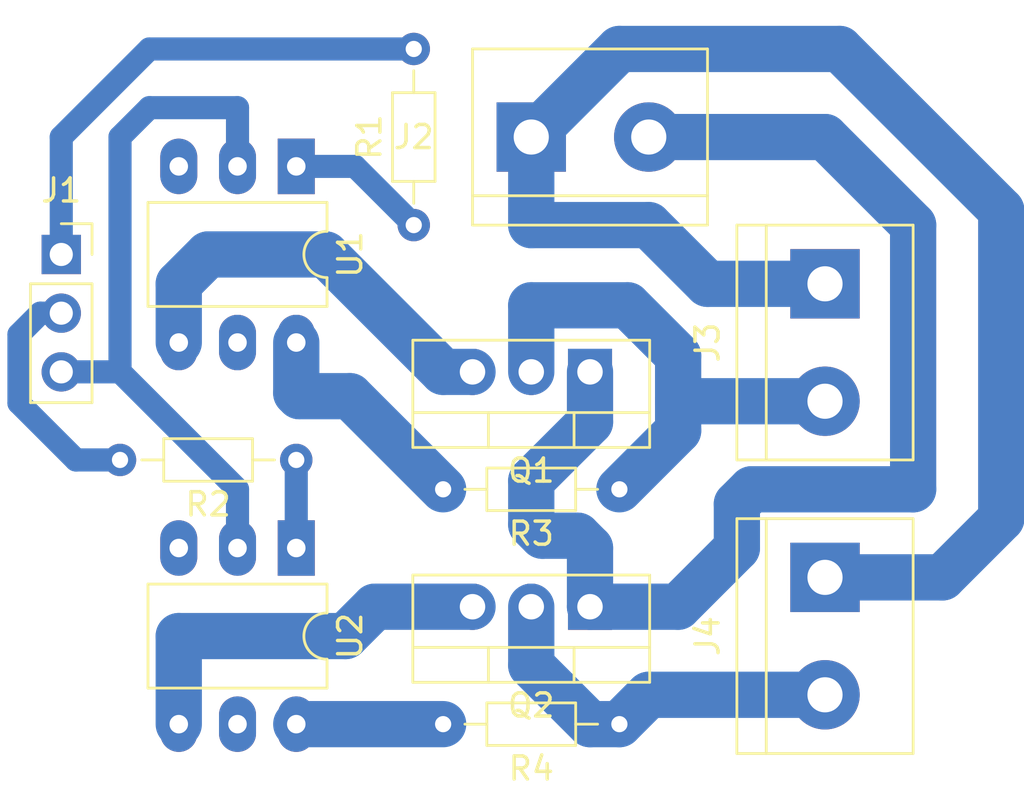
<source format=kicad_pcb>
(kicad_pcb (version 20171130) (host pcbnew "(5.1.5-0)")

  (general
    (thickness 1.6)
    (drawings 0)
    (tracks 69)
    (zones 0)
    (modules 12)
    (nets 18)
  )

  (page User 105.004 148.488)
  (layers
    (0 F.Cu signal)
    (31 B.Cu signal)
    (32 B.Adhes user)
    (33 F.Adhes user)
    (34 B.Paste user)
    (35 F.Paste user)
    (36 B.SilkS user)
    (37 F.SilkS user)
    (38 B.Mask user)
    (39 F.Mask user)
    (40 Dwgs.User user)
    (41 Cmts.User user)
    (42 Eco1.User user)
    (43 Eco2.User user)
    (44 Edge.Cuts user)
    (45 Margin user)
    (46 B.CrtYd user)
    (47 F.CrtYd user)
    (48 B.Fab user)
    (49 F.Fab user)
  )

  (setup
    (last_trace_width 1)
    (user_trace_width 1)
    (user_trace_width 2)
    (trace_clearance 0.2)
    (zone_clearance 0.508)
    (zone_45_only no)
    (trace_min 0.2)
    (via_size 0.8)
    (via_drill 0.4)
    (via_min_size 0.4)
    (via_min_drill 0.3)
    (user_via 2 0.8)
    (uvia_size 0.3)
    (uvia_drill 0.1)
    (uvias_allowed no)
    (uvia_min_size 0.2)
    (uvia_min_drill 0.1)
    (edge_width 0.1)
    (segment_width 0.2)
    (pcb_text_width 0.3)
    (pcb_text_size 1.5 1.5)
    (mod_edge_width 0.15)
    (mod_text_size 1 1)
    (mod_text_width 0.15)
    (pad_size 1.524 1.524)
    (pad_drill 0.762)
    (pad_to_mask_clearance 0)
    (aux_axis_origin 0 0)
    (visible_elements FFFFFF7F)
    (pcbplotparams
      (layerselection 0x28500_fffffffe)
      (usegerberextensions false)
      (usegerberattributes false)
      (usegerberadvancedattributes false)
      (creategerberjobfile false)
      (excludeedgelayer false)
      (linewidth 0.100000)
      (plotframeref false)
      (viasonmask false)
      (mode 1)
      (useauxorigin false)
      (hpglpennumber 1)
      (hpglpenspeed 20)
      (hpglpendiameter 15.000000)
      (psnegative true)
      (psa4output false)
      (plotreference false)
      (plotvalue false)
      (plotinvisibletext false)
      (padsonsilk true)
      (subtractmaskfromsilk false)
      (outputformat 4)
      (mirror false)
      (drillshape 1)
      (scaleselection 1)
      (outputdirectory "./"))
  )

  (net 0 "")
  (net 1 "Net-(J1-Pad1)")
  (net 2 "Net-(J1-Pad2)")
  (net 3 GND)
  (net 4 "Net-(J2-Pad1)")
  (net 5 "Net-(J2-Pad2)")
  (net 6 "Net-(J3-Pad2)")
  (net 7 "Net-(J4-Pad2)")
  (net 8 "Net-(Q1-Pad3)")
  (net 9 "Net-(Q2-Pad3)")
  (net 10 "Net-(R1-Pad1)")
  (net 11 "Net-(R2-Pad1)")
  (net 12 "Net-(R3-Pad2)")
  (net 13 "Net-(R4-Pad2)")
  (net 14 "Net-(U1-Pad5)")
  (net 15 "Net-(U1-Pad3)")
  (net 16 "Net-(U2-Pad3)")
  (net 17 "Net-(U2-Pad5)")

  (net_class Default "Esta es la clase de red por defecto."
    (clearance 0.2)
    (trace_width 0.25)
    (via_dia 0.8)
    (via_drill 0.4)
    (uvia_dia 0.3)
    (uvia_drill 0.1)
    (add_net GND)
    (add_net "Net-(J1-Pad1)")
    (add_net "Net-(J1-Pad2)")
    (add_net "Net-(J2-Pad1)")
    (add_net "Net-(J2-Pad2)")
    (add_net "Net-(J3-Pad2)")
    (add_net "Net-(J4-Pad2)")
    (add_net "Net-(Q1-Pad3)")
    (add_net "Net-(Q2-Pad3)")
    (add_net "Net-(R1-Pad1)")
    (add_net "Net-(R2-Pad1)")
    (add_net "Net-(R3-Pad2)")
    (add_net "Net-(R4-Pad2)")
    (add_net "Net-(U1-Pad3)")
    (add_net "Net-(U1-Pad5)")
    (add_net "Net-(U2-Pad3)")
    (add_net "Net-(U2-Pad5)")
  )

  (module Connector_PinSocket_2.54mm:PinSocket_1x03_P2.54mm_Vertical (layer F.Cu) (tedit 5A19A429) (tstamp 5F076787)
    (at 29.21 46.99)
    (descr "Through hole straight socket strip, 1x03, 2.54mm pitch, single row (from Kicad 4.0.7), script generated")
    (tags "Through hole socket strip THT 1x03 2.54mm single row")
    (path /5F08164C)
    (fp_text reference J1 (at 0 -2.77) (layer F.SilkS)
      (effects (font (size 1 1) (thickness 0.15)))
    )
    (fp_text value Wemos (at 0 7.85) (layer F.Fab)
      (effects (font (size 1 1) (thickness 0.15)))
    )
    (fp_line (start -1.27 -1.27) (end 0.635 -1.27) (layer F.Fab) (width 0.1))
    (fp_line (start 0.635 -1.27) (end 1.27 -0.635) (layer F.Fab) (width 0.1))
    (fp_line (start 1.27 -0.635) (end 1.27 6.35) (layer F.Fab) (width 0.1))
    (fp_line (start 1.27 6.35) (end -1.27 6.35) (layer F.Fab) (width 0.1))
    (fp_line (start -1.27 6.35) (end -1.27 -1.27) (layer F.Fab) (width 0.1))
    (fp_line (start -1.33 1.27) (end 1.33 1.27) (layer F.SilkS) (width 0.12))
    (fp_line (start -1.33 1.27) (end -1.33 6.41) (layer F.SilkS) (width 0.12))
    (fp_line (start -1.33 6.41) (end 1.33 6.41) (layer F.SilkS) (width 0.12))
    (fp_line (start 1.33 1.27) (end 1.33 6.41) (layer F.SilkS) (width 0.12))
    (fp_line (start 1.33 -1.33) (end 1.33 0) (layer F.SilkS) (width 0.12))
    (fp_line (start 0 -1.33) (end 1.33 -1.33) (layer F.SilkS) (width 0.12))
    (fp_line (start -1.8 -1.8) (end 1.75 -1.8) (layer F.CrtYd) (width 0.05))
    (fp_line (start 1.75 -1.8) (end 1.75 6.85) (layer F.CrtYd) (width 0.05))
    (fp_line (start 1.75 6.85) (end -1.8 6.85) (layer F.CrtYd) (width 0.05))
    (fp_line (start -1.8 6.85) (end -1.8 -1.8) (layer F.CrtYd) (width 0.05))
    (fp_text user %R (at 0 2.54 90) (layer F.Fab)
      (effects (font (size 1 1) (thickness 0.15)))
    )
    (pad 1 thru_hole rect (at 0 0) (size 1.7 1.7) (drill 1) (layers *.Cu *.Mask)
      (net 1 "Net-(J1-Pad1)"))
    (pad 2 thru_hole oval (at 0 2.54) (size 1.7 1.7) (drill 1) (layers *.Cu *.Mask)
      (net 2 "Net-(J1-Pad2)"))
    (pad 3 thru_hole oval (at 0 5.08) (size 1.7 1.7) (drill 1) (layers *.Cu *.Mask)
      (net 3 GND))
    (model ${KISYS3DMOD}/Connector_PinSocket_2.54mm.3dshapes/PinSocket_1x03_P2.54mm_Vertical.wrl
      (at (xyz 0 0 0))
      (scale (xyz 1 1 1))
      (rotate (xyz 0 0 0))
    )
  )

  (module TerminalBlock:TerminalBlock_bornier-2_P5.08mm (layer F.Cu) (tedit 59FF03AB) (tstamp 5F076D38)
    (at 49.53 41.91)
    (descr "simple 2-pin terminal block, pitch 5.08mm, revamped version of bornier2")
    (tags "terminal block bornier2")
    (path /5F0767EF)
    (fp_text reference J2 (at -5.08 0) (layer F.SilkS)
      (effects (font (size 1 1) (thickness 0.15)))
    )
    (fp_text value Alim-altern (at 2.54 -5.08 180) (layer F.Fab)
      (effects (font (size 1 1) (thickness 0.15)))
    )
    (fp_text user %R (at 2.54 0) (layer F.Fab)
      (effects (font (size 1 1) (thickness 0.15)))
    )
    (fp_line (start -2.41 2.55) (end 7.49 2.55) (layer F.Fab) (width 0.1))
    (fp_line (start -2.46 -3.75) (end -2.46 3.75) (layer F.Fab) (width 0.1))
    (fp_line (start -2.46 3.75) (end 7.54 3.75) (layer F.Fab) (width 0.1))
    (fp_line (start 7.54 3.75) (end 7.54 -3.75) (layer F.Fab) (width 0.1))
    (fp_line (start 7.54 -3.75) (end -2.46 -3.75) (layer F.Fab) (width 0.1))
    (fp_line (start 7.62 2.54) (end -2.54 2.54) (layer F.SilkS) (width 0.12))
    (fp_line (start 7.62 3.81) (end 7.62 -3.81) (layer F.SilkS) (width 0.12))
    (fp_line (start 7.62 -3.81) (end -2.54 -3.81) (layer F.SilkS) (width 0.12))
    (fp_line (start -2.54 -3.81) (end -2.54 3.81) (layer F.SilkS) (width 0.12))
    (fp_line (start -2.54 3.81) (end 7.62 3.81) (layer F.SilkS) (width 0.12))
    (fp_line (start -2.71 -4) (end 7.79 -4) (layer F.CrtYd) (width 0.05))
    (fp_line (start -2.71 -4) (end -2.71 4) (layer F.CrtYd) (width 0.05))
    (fp_line (start 7.79 4) (end 7.79 -4) (layer F.CrtYd) (width 0.05))
    (fp_line (start 7.79 4) (end -2.71 4) (layer F.CrtYd) (width 0.05))
    (pad 1 thru_hole rect (at 0 0) (size 3 3) (drill 1.52) (layers *.Cu *.Mask)
      (net 4 "Net-(J2-Pad1)"))
    (pad 2 thru_hole circle (at 5.08 0) (size 3 3) (drill 1.52) (layers *.Cu *.Mask)
      (net 5 "Net-(J2-Pad2)"))
    (model ${KISYS3DMOD}/TerminalBlock.3dshapes/TerminalBlock_bornier-2_P5.08mm.wrl
      (offset (xyz 2.539999961853027 0 0))
      (scale (xyz 1 1 1))
      (rotate (xyz 0 0 0))
    )
  )

  (module TerminalBlock:TerminalBlock_bornier-2_P5.08mm (layer F.Cu) (tedit 59FF03AB) (tstamp 5F076D4D)
    (at 62.23 48.26 270)
    (descr "simple 2-pin terminal block, pitch 5.08mm, revamped version of bornier2")
    (tags "terminal block bornier2")
    (path /5F077E0B)
    (fp_text reference J3 (at 2.54 5.08 90) (layer F.SilkS)
      (effects (font (size 1 1) (thickness 0.15)))
    )
    (fp_text value "Luz 1" (at 2.54 -5.08 90) (layer F.Fab)
      (effects (font (size 1 1) (thickness 0.15)))
    )
    (fp_line (start 7.79 4) (end -2.71 4) (layer F.CrtYd) (width 0.05))
    (fp_line (start 7.79 4) (end 7.79 -4) (layer F.CrtYd) (width 0.05))
    (fp_line (start -2.71 -4) (end -2.71 4) (layer F.CrtYd) (width 0.05))
    (fp_line (start -2.71 -4) (end 7.79 -4) (layer F.CrtYd) (width 0.05))
    (fp_line (start -2.54 3.81) (end 7.62 3.81) (layer F.SilkS) (width 0.12))
    (fp_line (start -2.54 -3.81) (end -2.54 3.81) (layer F.SilkS) (width 0.12))
    (fp_line (start 7.62 -3.81) (end -2.54 -3.81) (layer F.SilkS) (width 0.12))
    (fp_line (start 7.62 3.81) (end 7.62 -3.81) (layer F.SilkS) (width 0.12))
    (fp_line (start 7.62 2.54) (end -2.54 2.54) (layer F.SilkS) (width 0.12))
    (fp_line (start 7.54 -3.75) (end -2.46 -3.75) (layer F.Fab) (width 0.1))
    (fp_line (start 7.54 3.75) (end 7.54 -3.75) (layer F.Fab) (width 0.1))
    (fp_line (start -2.46 3.75) (end 7.54 3.75) (layer F.Fab) (width 0.1))
    (fp_line (start -2.46 -3.75) (end -2.46 3.75) (layer F.Fab) (width 0.1))
    (fp_line (start -2.41 2.55) (end 7.49 2.55) (layer F.Fab) (width 0.1))
    (fp_text user %R (at 2.54 0 90) (layer F.Fab)
      (effects (font (size 1 1) (thickness 0.15)))
    )
    (pad 2 thru_hole circle (at 5.08 0 270) (size 3 3) (drill 1.52) (layers *.Cu *.Mask)
      (net 6 "Net-(J3-Pad2)"))
    (pad 1 thru_hole rect (at 0 0 270) (size 3 3) (drill 1.52) (layers *.Cu *.Mask)
      (net 4 "Net-(J2-Pad1)"))
    (model ${KISYS3DMOD}/TerminalBlock.3dshapes/TerminalBlock_bornier-2_P5.08mm.wrl
      (offset (xyz 2.539999961853027 0 0))
      (scale (xyz 1 1 1))
      (rotate (xyz 0 0 0))
    )
  )

  (module TerminalBlock:TerminalBlock_bornier-2_P5.08mm (layer F.Cu) (tedit 59FF03AB) (tstamp 5F076D62)
    (at 62.23 60.96 270)
    (descr "simple 2-pin terminal block, pitch 5.08mm, revamped version of bornier2")
    (tags "terminal block bornier2")
    (path /5F07AF0D)
    (fp_text reference J4 (at 2.54 5.08 90) (layer F.SilkS)
      (effects (font (size 1 1) (thickness 0.15)))
    )
    (fp_text value "Luz 2" (at 2.54 -5.08 90) (layer F.Fab)
      (effects (font (size 1 1) (thickness 0.15)))
    )
    (fp_text user %R (at 2.54 0 90) (layer F.Fab)
      (effects (font (size 1 1) (thickness 0.15)))
    )
    (fp_line (start -2.41 2.55) (end 7.49 2.55) (layer F.Fab) (width 0.1))
    (fp_line (start -2.46 -3.75) (end -2.46 3.75) (layer F.Fab) (width 0.1))
    (fp_line (start -2.46 3.75) (end 7.54 3.75) (layer F.Fab) (width 0.1))
    (fp_line (start 7.54 3.75) (end 7.54 -3.75) (layer F.Fab) (width 0.1))
    (fp_line (start 7.54 -3.75) (end -2.46 -3.75) (layer F.Fab) (width 0.1))
    (fp_line (start 7.62 2.54) (end -2.54 2.54) (layer F.SilkS) (width 0.12))
    (fp_line (start 7.62 3.81) (end 7.62 -3.81) (layer F.SilkS) (width 0.12))
    (fp_line (start 7.62 -3.81) (end -2.54 -3.81) (layer F.SilkS) (width 0.12))
    (fp_line (start -2.54 -3.81) (end -2.54 3.81) (layer F.SilkS) (width 0.12))
    (fp_line (start -2.54 3.81) (end 7.62 3.81) (layer F.SilkS) (width 0.12))
    (fp_line (start -2.71 -4) (end 7.79 -4) (layer F.CrtYd) (width 0.05))
    (fp_line (start -2.71 -4) (end -2.71 4) (layer F.CrtYd) (width 0.05))
    (fp_line (start 7.79 4) (end 7.79 -4) (layer F.CrtYd) (width 0.05))
    (fp_line (start 7.79 4) (end -2.71 4) (layer F.CrtYd) (width 0.05))
    (pad 1 thru_hole rect (at 0 0 270) (size 3 3) (drill 1.52) (layers *.Cu *.Mask)
      (net 4 "Net-(J2-Pad1)"))
    (pad 2 thru_hole circle (at 5.08 0 270) (size 3 3) (drill 1.52) (layers *.Cu *.Mask)
      (net 7 "Net-(J4-Pad2)"))
    (model ${KISYS3DMOD}/TerminalBlock.3dshapes/TerminalBlock_bornier-2_P5.08mm.wrl
      (offset (xyz 2.539999961853027 0 0))
      (scale (xyz 1 1 1))
      (rotate (xyz 0 0 0))
    )
  )

  (module Package_TO_SOT_THT:TO-220-3_Vertical (layer F.Cu) (tedit 5AC8BA0D) (tstamp 5F076D7C)
    (at 52.07 52.07 180)
    (descr "TO-220-3, Vertical, RM 2.54mm, see https://www.vishay.com/docs/66542/to-220-1.pdf")
    (tags "TO-220-3 Vertical RM 2.54mm")
    (path /5F0769BB)
    (fp_text reference Q1 (at 2.54 -4.27) (layer F.SilkS)
      (effects (font (size 1 1) (thickness 0.15)))
    )
    (fp_text value BT136-600 (at 2.54 2.5) (layer F.Fab)
      (effects (font (size 1 1) (thickness 0.15)))
    )
    (fp_line (start -2.46 -3.15) (end -2.46 1.25) (layer F.Fab) (width 0.1))
    (fp_line (start -2.46 1.25) (end 7.54 1.25) (layer F.Fab) (width 0.1))
    (fp_line (start 7.54 1.25) (end 7.54 -3.15) (layer F.Fab) (width 0.1))
    (fp_line (start 7.54 -3.15) (end -2.46 -3.15) (layer F.Fab) (width 0.1))
    (fp_line (start -2.46 -1.88) (end 7.54 -1.88) (layer F.Fab) (width 0.1))
    (fp_line (start 0.69 -3.15) (end 0.69 -1.88) (layer F.Fab) (width 0.1))
    (fp_line (start 4.39 -3.15) (end 4.39 -1.88) (layer F.Fab) (width 0.1))
    (fp_line (start -2.58 -3.27) (end 7.66 -3.27) (layer F.SilkS) (width 0.12))
    (fp_line (start -2.58 1.371) (end 7.66 1.371) (layer F.SilkS) (width 0.12))
    (fp_line (start -2.58 -3.27) (end -2.58 1.371) (layer F.SilkS) (width 0.12))
    (fp_line (start 7.66 -3.27) (end 7.66 1.371) (layer F.SilkS) (width 0.12))
    (fp_line (start -2.58 -1.76) (end 7.66 -1.76) (layer F.SilkS) (width 0.12))
    (fp_line (start 0.69 -3.27) (end 0.69 -1.76) (layer F.SilkS) (width 0.12))
    (fp_line (start 4.391 -3.27) (end 4.391 -1.76) (layer F.SilkS) (width 0.12))
    (fp_line (start -2.71 -3.4) (end -2.71 1.51) (layer F.CrtYd) (width 0.05))
    (fp_line (start -2.71 1.51) (end 7.79 1.51) (layer F.CrtYd) (width 0.05))
    (fp_line (start 7.79 1.51) (end 7.79 -3.4) (layer F.CrtYd) (width 0.05))
    (fp_line (start 7.79 -3.4) (end -2.71 -3.4) (layer F.CrtYd) (width 0.05))
    (fp_text user %R (at 2.54 -4.27) (layer F.Fab)
      (effects (font (size 1 1) (thickness 0.15)))
    )
    (pad 1 thru_hole rect (at 0 0 180) (size 1.905 2) (drill 1.1) (layers *.Cu *.Mask)
      (net 5 "Net-(J2-Pad2)"))
    (pad 2 thru_hole oval (at 2.54 0 180) (size 1.905 2) (drill 1.1) (layers *.Cu *.Mask)
      (net 6 "Net-(J3-Pad2)"))
    (pad 3 thru_hole oval (at 5.08 0 180) (size 1.905 2) (drill 1.1) (layers *.Cu *.Mask)
      (net 8 "Net-(Q1-Pad3)"))
    (model ${KISYS3DMOD}/Package_TO_SOT_THT.3dshapes/TO-220-3_Vertical.wrl
      (at (xyz 0 0 0))
      (scale (xyz 1 1 1))
      (rotate (xyz 0 0 0))
    )
  )

  (module Package_TO_SOT_THT:TO-220-3_Vertical (layer F.Cu) (tedit 5AC8BA0D) (tstamp 5F076D96)
    (at 52.07 62.23 180)
    (descr "TO-220-3, Vertical, RM 2.54mm, see https://www.vishay.com/docs/66542/to-220-1.pdf")
    (tags "TO-220-3 Vertical RM 2.54mm")
    (path /5F078AA7)
    (fp_text reference Q2 (at 2.54 -4.27) (layer F.SilkS)
      (effects (font (size 1 1) (thickness 0.15)))
    )
    (fp_text value BT136-600 (at 2.54 2.5) (layer F.Fab)
      (effects (font (size 1 1) (thickness 0.15)))
    )
    (fp_text user %R (at 2.54 -4.27) (layer F.Fab)
      (effects (font (size 1 1) (thickness 0.15)))
    )
    (fp_line (start 7.79 -3.4) (end -2.71 -3.4) (layer F.CrtYd) (width 0.05))
    (fp_line (start 7.79 1.51) (end 7.79 -3.4) (layer F.CrtYd) (width 0.05))
    (fp_line (start -2.71 1.51) (end 7.79 1.51) (layer F.CrtYd) (width 0.05))
    (fp_line (start -2.71 -3.4) (end -2.71 1.51) (layer F.CrtYd) (width 0.05))
    (fp_line (start 4.391 -3.27) (end 4.391 -1.76) (layer F.SilkS) (width 0.12))
    (fp_line (start 0.69 -3.27) (end 0.69 -1.76) (layer F.SilkS) (width 0.12))
    (fp_line (start -2.58 -1.76) (end 7.66 -1.76) (layer F.SilkS) (width 0.12))
    (fp_line (start 7.66 -3.27) (end 7.66 1.371) (layer F.SilkS) (width 0.12))
    (fp_line (start -2.58 -3.27) (end -2.58 1.371) (layer F.SilkS) (width 0.12))
    (fp_line (start -2.58 1.371) (end 7.66 1.371) (layer F.SilkS) (width 0.12))
    (fp_line (start -2.58 -3.27) (end 7.66 -3.27) (layer F.SilkS) (width 0.12))
    (fp_line (start 4.39 -3.15) (end 4.39 -1.88) (layer F.Fab) (width 0.1))
    (fp_line (start 0.69 -3.15) (end 0.69 -1.88) (layer F.Fab) (width 0.1))
    (fp_line (start -2.46 -1.88) (end 7.54 -1.88) (layer F.Fab) (width 0.1))
    (fp_line (start 7.54 -3.15) (end -2.46 -3.15) (layer F.Fab) (width 0.1))
    (fp_line (start 7.54 1.25) (end 7.54 -3.15) (layer F.Fab) (width 0.1))
    (fp_line (start -2.46 1.25) (end 7.54 1.25) (layer F.Fab) (width 0.1))
    (fp_line (start -2.46 -3.15) (end -2.46 1.25) (layer F.Fab) (width 0.1))
    (pad 3 thru_hole oval (at 5.08 0 180) (size 1.905 2) (drill 1.1) (layers *.Cu *.Mask)
      (net 9 "Net-(Q2-Pad3)"))
    (pad 2 thru_hole oval (at 2.54 0 180) (size 1.905 2) (drill 1.1) (layers *.Cu *.Mask)
      (net 7 "Net-(J4-Pad2)"))
    (pad 1 thru_hole rect (at 0 0 180) (size 1.905 2) (drill 1.1) (layers *.Cu *.Mask)
      (net 5 "Net-(J2-Pad2)"))
    (model ${KISYS3DMOD}/Package_TO_SOT_THT.3dshapes/TO-220-3_Vertical.wrl
      (at (xyz 0 0 0))
      (scale (xyz 1 1 1))
      (rotate (xyz 0 0 0))
    )
  )

  (module Resistor_THT:R_Axial_DIN0204_L3.6mm_D1.6mm_P7.62mm_Horizontal (layer F.Cu) (tedit 5AE5139B) (tstamp 5F076DAD)
    (at 44.45 45.72 90)
    (descr "Resistor, Axial_DIN0204 series, Axial, Horizontal, pin pitch=7.62mm, 0.167W, length*diameter=3.6*1.6mm^2, http://cdn-reichelt.de/documents/datenblatt/B400/1_4W%23YAG.pdf")
    (tags "Resistor Axial_DIN0204 series Axial Horizontal pin pitch 7.62mm 0.167W length 3.6mm diameter 1.6mm")
    (path /5F07A9F3)
    (fp_text reference R1 (at 3.81 -1.92 90) (layer F.SilkS)
      (effects (font (size 1 1) (thickness 0.15)))
    )
    (fp_text value R (at 3.81 1.92 90) (layer F.Fab)
      (effects (font (size 1 1) (thickness 0.15)))
    )
    (fp_line (start 2.01 -0.8) (end 2.01 0.8) (layer F.Fab) (width 0.1))
    (fp_line (start 2.01 0.8) (end 5.61 0.8) (layer F.Fab) (width 0.1))
    (fp_line (start 5.61 0.8) (end 5.61 -0.8) (layer F.Fab) (width 0.1))
    (fp_line (start 5.61 -0.8) (end 2.01 -0.8) (layer F.Fab) (width 0.1))
    (fp_line (start 0 0) (end 2.01 0) (layer F.Fab) (width 0.1))
    (fp_line (start 7.62 0) (end 5.61 0) (layer F.Fab) (width 0.1))
    (fp_line (start 1.89 -0.92) (end 1.89 0.92) (layer F.SilkS) (width 0.12))
    (fp_line (start 1.89 0.92) (end 5.73 0.92) (layer F.SilkS) (width 0.12))
    (fp_line (start 5.73 0.92) (end 5.73 -0.92) (layer F.SilkS) (width 0.12))
    (fp_line (start 5.73 -0.92) (end 1.89 -0.92) (layer F.SilkS) (width 0.12))
    (fp_line (start 0.94 0) (end 1.89 0) (layer F.SilkS) (width 0.12))
    (fp_line (start 6.68 0) (end 5.73 0) (layer F.SilkS) (width 0.12))
    (fp_line (start -0.95 -1.05) (end -0.95 1.05) (layer F.CrtYd) (width 0.05))
    (fp_line (start -0.95 1.05) (end 8.57 1.05) (layer F.CrtYd) (width 0.05))
    (fp_line (start 8.57 1.05) (end 8.57 -1.05) (layer F.CrtYd) (width 0.05))
    (fp_line (start 8.57 -1.05) (end -0.95 -1.05) (layer F.CrtYd) (width 0.05))
    (fp_text user %R (at 3.81 0 90) (layer F.Fab)
      (effects (font (size 0.72 0.72) (thickness 0.108)))
    )
    (pad 1 thru_hole circle (at 0 0 90) (size 1.4 1.4) (drill 0.7) (layers *.Cu *.Mask)
      (net 10 "Net-(R1-Pad1)"))
    (pad 2 thru_hole oval (at 7.62 0 90) (size 1.4 1.4) (drill 0.7) (layers *.Cu *.Mask)
      (net 1 "Net-(J1-Pad1)"))
    (model ${KISYS3DMOD}/Resistor_THT.3dshapes/R_Axial_DIN0204_L3.6mm_D1.6mm_P7.62mm_Horizontal.wrl
      (at (xyz 0 0 0))
      (scale (xyz 1 1 1))
      (rotate (xyz 0 0 0))
    )
  )

  (module Resistor_THT:R_Axial_DIN0204_L3.6mm_D1.6mm_P7.62mm_Horizontal (layer F.Cu) (tedit 5AE5139B) (tstamp 5F076DC4)
    (at 39.37 55.88 180)
    (descr "Resistor, Axial_DIN0204 series, Axial, Horizontal, pin pitch=7.62mm, 0.167W, length*diameter=3.6*1.6mm^2, http://cdn-reichelt.de/documents/datenblatt/B400/1_4W%23YAG.pdf")
    (tags "Resistor Axial_DIN0204 series Axial Horizontal pin pitch 7.62mm 0.167W length 3.6mm diameter 1.6mm")
    (path /5F07BEEF)
    (fp_text reference R2 (at 3.81 -1.92) (layer F.SilkS)
      (effects (font (size 1 1) (thickness 0.15)))
    )
    (fp_text value R (at 3.81 1.92) (layer F.Fab)
      (effects (font (size 1 1) (thickness 0.15)))
    )
    (fp_text user %R (at 3.81 0) (layer F.Fab)
      (effects (font (size 0.72 0.72) (thickness 0.108)))
    )
    (fp_line (start 8.57 -1.05) (end -0.95 -1.05) (layer F.CrtYd) (width 0.05))
    (fp_line (start 8.57 1.05) (end 8.57 -1.05) (layer F.CrtYd) (width 0.05))
    (fp_line (start -0.95 1.05) (end 8.57 1.05) (layer F.CrtYd) (width 0.05))
    (fp_line (start -0.95 -1.05) (end -0.95 1.05) (layer F.CrtYd) (width 0.05))
    (fp_line (start 6.68 0) (end 5.73 0) (layer F.SilkS) (width 0.12))
    (fp_line (start 0.94 0) (end 1.89 0) (layer F.SilkS) (width 0.12))
    (fp_line (start 5.73 -0.92) (end 1.89 -0.92) (layer F.SilkS) (width 0.12))
    (fp_line (start 5.73 0.92) (end 5.73 -0.92) (layer F.SilkS) (width 0.12))
    (fp_line (start 1.89 0.92) (end 5.73 0.92) (layer F.SilkS) (width 0.12))
    (fp_line (start 1.89 -0.92) (end 1.89 0.92) (layer F.SilkS) (width 0.12))
    (fp_line (start 7.62 0) (end 5.61 0) (layer F.Fab) (width 0.1))
    (fp_line (start 0 0) (end 2.01 0) (layer F.Fab) (width 0.1))
    (fp_line (start 5.61 -0.8) (end 2.01 -0.8) (layer F.Fab) (width 0.1))
    (fp_line (start 5.61 0.8) (end 5.61 -0.8) (layer F.Fab) (width 0.1))
    (fp_line (start 2.01 0.8) (end 5.61 0.8) (layer F.Fab) (width 0.1))
    (fp_line (start 2.01 -0.8) (end 2.01 0.8) (layer F.Fab) (width 0.1))
    (pad 2 thru_hole oval (at 7.62 0 180) (size 1.4 1.4) (drill 0.7) (layers *.Cu *.Mask)
      (net 2 "Net-(J1-Pad2)"))
    (pad 1 thru_hole circle (at 0 0 180) (size 1.4 1.4) (drill 0.7) (layers *.Cu *.Mask)
      (net 11 "Net-(R2-Pad1)"))
    (model ${KISYS3DMOD}/Resistor_THT.3dshapes/R_Axial_DIN0204_L3.6mm_D1.6mm_P7.62mm_Horizontal.wrl
      (at (xyz 0 0 0))
      (scale (xyz 1 1 1))
      (rotate (xyz 0 0 0))
    )
  )

  (module Resistor_THT:R_Axial_DIN0204_L3.6mm_D1.6mm_P7.62mm_Horizontal (layer F.Cu) (tedit 5AE5139B) (tstamp 5F076DDB)
    (at 53.34 57.15 180)
    (descr "Resistor, Axial_DIN0204 series, Axial, Horizontal, pin pitch=7.62mm, 0.167W, length*diameter=3.6*1.6mm^2, http://cdn-reichelt.de/documents/datenblatt/B400/1_4W%23YAG.pdf")
    (tags "Resistor Axial_DIN0204 series Axial Horizontal pin pitch 7.62mm 0.167W length 3.6mm diameter 1.6mm")
    (path /5F07DDA1)
    (fp_text reference R3 (at 3.81 -1.92) (layer F.SilkS)
      (effects (font (size 1 1) (thickness 0.15)))
    )
    (fp_text value R (at 3.81 1.92) (layer F.Fab)
      (effects (font (size 1 1) (thickness 0.15)))
    )
    (fp_text user %R (at 3.81 0) (layer F.Fab)
      (effects (font (size 0.72 0.72) (thickness 0.108)))
    )
    (fp_line (start 8.57 -1.05) (end -0.95 -1.05) (layer F.CrtYd) (width 0.05))
    (fp_line (start 8.57 1.05) (end 8.57 -1.05) (layer F.CrtYd) (width 0.05))
    (fp_line (start -0.95 1.05) (end 8.57 1.05) (layer F.CrtYd) (width 0.05))
    (fp_line (start -0.95 -1.05) (end -0.95 1.05) (layer F.CrtYd) (width 0.05))
    (fp_line (start 6.68 0) (end 5.73 0) (layer F.SilkS) (width 0.12))
    (fp_line (start 0.94 0) (end 1.89 0) (layer F.SilkS) (width 0.12))
    (fp_line (start 5.73 -0.92) (end 1.89 -0.92) (layer F.SilkS) (width 0.12))
    (fp_line (start 5.73 0.92) (end 5.73 -0.92) (layer F.SilkS) (width 0.12))
    (fp_line (start 1.89 0.92) (end 5.73 0.92) (layer F.SilkS) (width 0.12))
    (fp_line (start 1.89 -0.92) (end 1.89 0.92) (layer F.SilkS) (width 0.12))
    (fp_line (start 7.62 0) (end 5.61 0) (layer F.Fab) (width 0.1))
    (fp_line (start 0 0) (end 2.01 0) (layer F.Fab) (width 0.1))
    (fp_line (start 5.61 -0.8) (end 2.01 -0.8) (layer F.Fab) (width 0.1))
    (fp_line (start 5.61 0.8) (end 5.61 -0.8) (layer F.Fab) (width 0.1))
    (fp_line (start 2.01 0.8) (end 5.61 0.8) (layer F.Fab) (width 0.1))
    (fp_line (start 2.01 -0.8) (end 2.01 0.8) (layer F.Fab) (width 0.1))
    (pad 2 thru_hole oval (at 7.62 0 180) (size 1.4 1.4) (drill 0.7) (layers *.Cu *.Mask)
      (net 12 "Net-(R3-Pad2)"))
    (pad 1 thru_hole circle (at 0 0 180) (size 1.4 1.4) (drill 0.7) (layers *.Cu *.Mask)
      (net 6 "Net-(J3-Pad2)"))
    (model ${KISYS3DMOD}/Resistor_THT.3dshapes/R_Axial_DIN0204_L3.6mm_D1.6mm_P7.62mm_Horizontal.wrl
      (at (xyz 0 0 0))
      (scale (xyz 1 1 1))
      (rotate (xyz 0 0 0))
    )
  )

  (module Resistor_THT:R_Axial_DIN0204_L3.6mm_D1.6mm_P7.62mm_Horizontal (layer F.Cu) (tedit 5AE5139B) (tstamp 5F076DF2)
    (at 53.34 67.31 180)
    (descr "Resistor, Axial_DIN0204 series, Axial, Horizontal, pin pitch=7.62mm, 0.167W, length*diameter=3.6*1.6mm^2, http://cdn-reichelt.de/documents/datenblatt/B400/1_4W%23YAG.pdf")
    (tags "Resistor Axial_DIN0204 series Axial Horizontal pin pitch 7.62mm 0.167W length 3.6mm diameter 1.6mm")
    (path /5F07C687)
    (fp_text reference R4 (at 3.81 -1.92) (layer F.SilkS)
      (effects (font (size 1 1) (thickness 0.15)))
    )
    (fp_text value R (at 3.81 1.92) (layer F.Fab)
      (effects (font (size 1 1) (thickness 0.15)))
    )
    (fp_line (start 2.01 -0.8) (end 2.01 0.8) (layer F.Fab) (width 0.1))
    (fp_line (start 2.01 0.8) (end 5.61 0.8) (layer F.Fab) (width 0.1))
    (fp_line (start 5.61 0.8) (end 5.61 -0.8) (layer F.Fab) (width 0.1))
    (fp_line (start 5.61 -0.8) (end 2.01 -0.8) (layer F.Fab) (width 0.1))
    (fp_line (start 0 0) (end 2.01 0) (layer F.Fab) (width 0.1))
    (fp_line (start 7.62 0) (end 5.61 0) (layer F.Fab) (width 0.1))
    (fp_line (start 1.89 -0.92) (end 1.89 0.92) (layer F.SilkS) (width 0.12))
    (fp_line (start 1.89 0.92) (end 5.73 0.92) (layer F.SilkS) (width 0.12))
    (fp_line (start 5.73 0.92) (end 5.73 -0.92) (layer F.SilkS) (width 0.12))
    (fp_line (start 5.73 -0.92) (end 1.89 -0.92) (layer F.SilkS) (width 0.12))
    (fp_line (start 0.94 0) (end 1.89 0) (layer F.SilkS) (width 0.12))
    (fp_line (start 6.68 0) (end 5.73 0) (layer F.SilkS) (width 0.12))
    (fp_line (start -0.95 -1.05) (end -0.95 1.05) (layer F.CrtYd) (width 0.05))
    (fp_line (start -0.95 1.05) (end 8.57 1.05) (layer F.CrtYd) (width 0.05))
    (fp_line (start 8.57 1.05) (end 8.57 -1.05) (layer F.CrtYd) (width 0.05))
    (fp_line (start 8.57 -1.05) (end -0.95 -1.05) (layer F.CrtYd) (width 0.05))
    (fp_text user %R (at 3.81 0) (layer F.Fab)
      (effects (font (size 0.72 0.72) (thickness 0.108)))
    )
    (pad 1 thru_hole circle (at 0 0 180) (size 1.4 1.4) (drill 0.7) (layers *.Cu *.Mask)
      (net 7 "Net-(J4-Pad2)"))
    (pad 2 thru_hole oval (at 7.62 0 180) (size 1.4 1.4) (drill 0.7) (layers *.Cu *.Mask)
      (net 13 "Net-(R4-Pad2)"))
    (model ${KISYS3DMOD}/Resistor_THT.3dshapes/R_Axial_DIN0204_L3.6mm_D1.6mm_P7.62mm_Horizontal.wrl
      (at (xyz 0 0 0))
      (scale (xyz 1 1 1))
      (rotate (xyz 0 0 0))
    )
  )

  (module Package_DIP:DIP-6_W7.62mm_LongPads (layer F.Cu) (tedit 5A02E8C5) (tstamp 5F077185)
    (at 39.37 43.18 270)
    (descr "6-lead though-hole mounted DIP package, row spacing 7.62 mm (300 mils), LongPads")
    (tags "THT DIP DIL PDIP 2.54mm 7.62mm 300mil LongPads")
    (path /5F073785)
    (fp_text reference U1 (at 3.81 -2.33 90) (layer F.SilkS)
      (effects (font (size 1 1) (thickness 0.15)))
    )
    (fp_text value MOC3021M (at 3.81 7.41 90) (layer F.Fab)
      (effects (font (size 1 1) (thickness 0.15)))
    )
    (fp_arc (start 3.81 -1.33) (end 2.81 -1.33) (angle -180) (layer F.SilkS) (width 0.12))
    (fp_line (start 1.635 -1.27) (end 6.985 -1.27) (layer F.Fab) (width 0.1))
    (fp_line (start 6.985 -1.27) (end 6.985 6.35) (layer F.Fab) (width 0.1))
    (fp_line (start 6.985 6.35) (end 0.635 6.35) (layer F.Fab) (width 0.1))
    (fp_line (start 0.635 6.35) (end 0.635 -0.27) (layer F.Fab) (width 0.1))
    (fp_line (start 0.635 -0.27) (end 1.635 -1.27) (layer F.Fab) (width 0.1))
    (fp_line (start 2.81 -1.33) (end 1.56 -1.33) (layer F.SilkS) (width 0.12))
    (fp_line (start 1.56 -1.33) (end 1.56 6.41) (layer F.SilkS) (width 0.12))
    (fp_line (start 1.56 6.41) (end 6.06 6.41) (layer F.SilkS) (width 0.12))
    (fp_line (start 6.06 6.41) (end 6.06 -1.33) (layer F.SilkS) (width 0.12))
    (fp_line (start 6.06 -1.33) (end 4.81 -1.33) (layer F.SilkS) (width 0.12))
    (fp_line (start -1.45 -1.55) (end -1.45 6.6) (layer F.CrtYd) (width 0.05))
    (fp_line (start -1.45 6.6) (end 9.1 6.6) (layer F.CrtYd) (width 0.05))
    (fp_line (start 9.1 6.6) (end 9.1 -1.55) (layer F.CrtYd) (width 0.05))
    (fp_line (start 9.1 -1.55) (end -1.45 -1.55) (layer F.CrtYd) (width 0.05))
    (fp_text user %R (at 3.81 2.54 90) (layer F.Fab)
      (effects (font (size 1 1) (thickness 0.15)))
    )
    (pad 1 thru_hole rect (at 0 0 270) (size 2.4 1.6) (drill 0.8) (layers *.Cu *.Mask)
      (net 10 "Net-(R1-Pad1)"))
    (pad 4 thru_hole oval (at 7.62 5.08 270) (size 2.4 1.6) (drill 0.8) (layers *.Cu *.Mask)
      (net 8 "Net-(Q1-Pad3)"))
    (pad 2 thru_hole oval (at 0 2.54 270) (size 2.4 1.6) (drill 0.8) (layers *.Cu *.Mask)
      (net 3 GND))
    (pad 5 thru_hole oval (at 7.62 2.54 270) (size 2.4 1.6) (drill 0.8) (layers *.Cu *.Mask)
      (net 14 "Net-(U1-Pad5)"))
    (pad 3 thru_hole oval (at 0 5.08 270) (size 2.4 1.6) (drill 0.8) (layers *.Cu *.Mask)
      (net 15 "Net-(U1-Pad3)"))
    (pad 6 thru_hole oval (at 7.62 0 270) (size 2.4 1.6) (drill 0.8) (layers *.Cu *.Mask)
      (net 12 "Net-(R3-Pad2)"))
    (model ${KISYS3DMOD}/Package_DIP.3dshapes/DIP-6_W7.62mm.wrl
      (at (xyz 0 0 0))
      (scale (xyz 1 1 1))
      (rotate (xyz 0 0 0))
    )
  )

  (module Package_DIP:DIP-6_W7.62mm_LongPads (layer F.Cu) (tedit 5A02E8C5) (tstamp 5F076E26)
    (at 39.37 59.69 270)
    (descr "6-lead though-hole mounted DIP package, row spacing 7.62 mm (300 mils), LongPads")
    (tags "THT DIP DIL PDIP 2.54mm 7.62mm 300mil LongPads")
    (path /5F074A26)
    (fp_text reference U2 (at 3.81 -2.33 90) (layer F.SilkS)
      (effects (font (size 1 1) (thickness 0.15)))
    )
    (fp_text value MOC3021M (at 3.81 7.41 90) (layer F.Fab)
      (effects (font (size 1 1) (thickness 0.15)))
    )
    (fp_text user %R (at 3.81 2.54 90) (layer F.Fab)
      (effects (font (size 1 1) (thickness 0.15)))
    )
    (fp_line (start 9.1 -1.55) (end -1.45 -1.55) (layer F.CrtYd) (width 0.05))
    (fp_line (start 9.1 6.6) (end 9.1 -1.55) (layer F.CrtYd) (width 0.05))
    (fp_line (start -1.45 6.6) (end 9.1 6.6) (layer F.CrtYd) (width 0.05))
    (fp_line (start -1.45 -1.55) (end -1.45 6.6) (layer F.CrtYd) (width 0.05))
    (fp_line (start 6.06 -1.33) (end 4.81 -1.33) (layer F.SilkS) (width 0.12))
    (fp_line (start 6.06 6.41) (end 6.06 -1.33) (layer F.SilkS) (width 0.12))
    (fp_line (start 1.56 6.41) (end 6.06 6.41) (layer F.SilkS) (width 0.12))
    (fp_line (start 1.56 -1.33) (end 1.56 6.41) (layer F.SilkS) (width 0.12))
    (fp_line (start 2.81 -1.33) (end 1.56 -1.33) (layer F.SilkS) (width 0.12))
    (fp_line (start 0.635 -0.27) (end 1.635 -1.27) (layer F.Fab) (width 0.1))
    (fp_line (start 0.635 6.35) (end 0.635 -0.27) (layer F.Fab) (width 0.1))
    (fp_line (start 6.985 6.35) (end 0.635 6.35) (layer F.Fab) (width 0.1))
    (fp_line (start 6.985 -1.27) (end 6.985 6.35) (layer F.Fab) (width 0.1))
    (fp_line (start 1.635 -1.27) (end 6.985 -1.27) (layer F.Fab) (width 0.1))
    (fp_arc (start 3.81 -1.33) (end 2.81 -1.33) (angle -180) (layer F.SilkS) (width 0.12))
    (pad 6 thru_hole oval (at 7.62 0 270) (size 2.4 1.6) (drill 0.8) (layers *.Cu *.Mask)
      (net 13 "Net-(R4-Pad2)"))
    (pad 3 thru_hole oval (at 0 5.08 270) (size 2.4 1.6) (drill 0.8) (layers *.Cu *.Mask)
      (net 16 "Net-(U2-Pad3)"))
    (pad 5 thru_hole oval (at 7.62 2.54 270) (size 2.4 1.6) (drill 0.8) (layers *.Cu *.Mask)
      (net 17 "Net-(U2-Pad5)"))
    (pad 2 thru_hole oval (at 0 2.54 270) (size 2.4 1.6) (drill 0.8) (layers *.Cu *.Mask)
      (net 3 GND))
    (pad 4 thru_hole oval (at 7.62 5.08 270) (size 2.4 1.6) (drill 0.8) (layers *.Cu *.Mask)
      (net 9 "Net-(Q2-Pad3)"))
    (pad 1 thru_hole rect (at 0 0 270) (size 2.4 1.6) (drill 0.8) (layers *.Cu *.Mask)
      (net 11 "Net-(R2-Pad1)"))
    (model ${KISYS3DMOD}/Package_DIP.3dshapes/DIP-6_W7.62mm.wrl
      (at (xyz 0 0 0))
      (scale (xyz 1 1 1))
      (rotate (xyz 0 0 0))
    )
  )

  (segment (start 29.21 41.91) (end 29.21 46.99) (width 1) (layer B.Cu) (net 1))
  (segment (start 33.02 38.1) (end 29.21 41.91) (width 1) (layer B.Cu) (net 1))
  (segment (start 44.45 38.1) (end 33.02 38.1) (width 1) (layer B.Cu) (net 1))
  (segment (start 27.38089 50.452583) (end 28.303473 49.53) (width 1) (layer B.Cu) (net 2))
  (segment (start 27.38089 53.41589) (end 27.38089 50.452583) (width 1) (layer B.Cu) (net 2))
  (segment (start 29.845 55.88) (end 27.38089 53.41589) (width 1) (layer B.Cu) (net 2))
  (segment (start 28.303473 49.53) (end 29.21 49.53) (width 1) (layer B.Cu) (net 2))
  (segment (start 31.75 55.88) (end 29.845 55.88) (width 1) (layer B.Cu) (net 2))
  (segment (start 36.83 57.15) (end 31.75 52.07) (width 1) (layer B.Cu) (net 3))
  (segment (start 36.83 59.69) (end 36.83 57.15) (width 1) (layer B.Cu) (net 3))
  (segment (start 31.75 52.07) (end 29.21 52.07) (width 1) (layer B.Cu) (net 3))
  (segment (start 31.75 41.91) (end 31.75 52.07) (width 1) (layer B.Cu) (net 3))
  (segment (start 33.02 40.64) (end 31.75 41.91) (width 1) (layer B.Cu) (net 3))
  (segment (start 36.83 40.64) (end 33.02 40.64) (width 1) (layer B.Cu) (net 3))
  (segment (start 36.83 43.18) (end 36.83 40.64) (width 1) (layer B.Cu) (net 3))
  (segment (start 54.61 45.72) (end 49.53 45.72) (width 2) (layer B.Cu) (net 4))
  (segment (start 57.15 48.26) (end 54.61 45.72) (width 2) (layer B.Cu) (net 4))
  (segment (start 49.53 45.72) (end 49.53 41.91) (width 2) (layer B.Cu) (net 4))
  (segment (start 62.23 48.26) (end 57.15 48.26) (width 2) (layer B.Cu) (net 4))
  (segment (start 67.31 60.96) (end 62.23 60.96) (width 2) (layer B.Cu) (net 4))
  (segment (start 53.34 38.1) (end 62.865 38.1) (width 2) (layer B.Cu) (net 4))
  (segment (start 62.865 38.1) (end 69.85 45.085) (width 2) (layer B.Cu) (net 4))
  (segment (start 69.85 58.42) (end 67.31 60.96) (width 2) (layer B.Cu) (net 4))
  (segment (start 69.85 45.085) (end 69.85 58.42) (width 2) (layer B.Cu) (net 4))
  (segment (start 49.53 41.91) (end 53.34 38.1) (width 2) (layer B.Cu) (net 4))
  (segment (start 52.07 59.69) (end 52.07 62.23) (width 2) (layer B.Cu) (net 5))
  (segment (start 51.538213 59.158213) (end 52.07 59.69) (width 2) (layer B.Cu) (net 5))
  (segment (start 50.010874 59.158213) (end 51.538213 59.158213) (width 2) (layer B.Cu) (net 5))
  (segment (start 49.53 58.677339) (end 50.010874 59.158213) (width 2) (layer B.Cu) (net 5))
  (segment (start 49.53 56.781716) (end 49.53 58.677339) (width 2) (layer B.Cu) (net 5))
  (segment (start 52.07 54.241716) (end 49.53 56.781716) (width 2) (layer B.Cu) (net 5))
  (segment (start 52.07 52.07) (end 52.07 54.241716) (width 2) (layer B.Cu) (net 5))
  (segment (start 66.04 45.72) (end 62.23 41.91) (width 2) (layer B.Cu) (net 5))
  (segment (start 66.04 57.15) (end 66.04 45.72) (width 2) (layer B.Cu) (net 5))
  (segment (start 55.88 62.23) (end 58.42 59.69) (width 2) (layer B.Cu) (net 5))
  (segment (start 59.055 57.15) (end 66.04 57.15) (width 2) (layer B.Cu) (net 5))
  (segment (start 58.42 57.785) (end 59.055 57.15) (width 2) (layer B.Cu) (net 5))
  (segment (start 58.42 59.69) (end 58.42 57.785) (width 2) (layer B.Cu) (net 5))
  (segment (start 62.23 41.91) (end 54.61 41.91) (width 2) (layer B.Cu) (net 5))
  (segment (start 52.07 62.23) (end 55.88 62.23) (width 2) (layer B.Cu) (net 5))
  (segment (start 55.88 54.61) (end 53.34 57.15) (width 2) (layer B.Cu) (net 6))
  (segment (start 55.88 53.34) (end 55.88 54.61) (width 2) (layer B.Cu) (net 6))
  (segment (start 62.23 53.34) (end 55.88 53.34) (width 2) (layer B.Cu) (net 6))
  (segment (start 55.88 51.371284) (end 55.88 53.34) (width 2) (layer B.Cu) (net 6))
  (segment (start 49.53 49.190011) (end 53.698727 49.190011) (width 2) (layer B.Cu) (net 6))
  (segment (start 53.698727 49.190011) (end 55.88 51.371284) (width 2) (layer B.Cu) (net 6))
  (segment (start 49.53 52.07) (end 49.53 49.190011) (width 2) (layer B.Cu) (net 6))
  (segment (start 49.53 64.77) (end 49.53 62.23) (width 2) (layer B.Cu) (net 7))
  (segment (start 52.07 67.31) (end 49.53 64.77) (width 2) (layer B.Cu) (net 7))
  (segment (start 53.34 67.31) (end 52.07 67.31) (width 2) (layer B.Cu) (net 7))
  (segment (start 54.61 66.04) (end 53.34 67.31) (width 2) (layer B.Cu) (net 7))
  (segment (start 62.23 66.04) (end 54.61 66.04) (width 2) (layer B.Cu) (net 7))
  (segment (start 35.56 46.99) (end 40.64 46.99) (width 2) (layer B.Cu) (net 8))
  (segment (start 45.72 52.07) (end 46.99 52.07) (width 2) (layer B.Cu) (net 8))
  (segment (start 34.29 48.26) (end 35.56 46.99) (width 2) (layer B.Cu) (net 8))
  (segment (start 40.64 46.99) (end 45.72 52.07) (width 2) (layer B.Cu) (net 8))
  (segment (start 34.29 50.8) (end 34.29 48.26) (width 2) (layer B.Cu) (net 8))
  (segment (start 42.7675 62.23) (end 46.99 62.23) (width 2) (layer B.Cu) (net 9))
  (segment (start 41.4975 63.5) (end 42.7675 62.23) (width 2) (layer B.Cu) (net 9))
  (segment (start 34.29 63.5) (end 41.4975 63.5) (width 2) (layer B.Cu) (net 9))
  (segment (start 34.29 67.31) (end 34.29 63.5) (width 2) (layer B.Cu) (net 9))
  (segment (start 41.91 43.18) (end 44.45 45.72) (width 1) (layer B.Cu) (net 10))
  (segment (start 39.37 43.18) (end 41.91 43.18) (width 1) (layer B.Cu) (net 10))
  (segment (start 39.37 55.88) (end 39.37 59.69) (width 1) (layer B.Cu) (net 11))
  (segment (start 41.691008 53.121008) (end 45.72 57.15) (width 2) (layer B.Cu) (net 12))
  (segment (start 39.50502 53.121008) (end 41.691008 53.121008) (width 2) (layer B.Cu) (net 12))
  (segment (start 39.37 52.985988) (end 39.50502 53.121008) (width 2) (layer B.Cu) (net 12))
  (segment (start 39.37 50.8) (end 39.37 52.985988) (width 2) (layer B.Cu) (net 12))
  (segment (start 39.37 67.31) (end 45.72 67.31) (width 2) (layer B.Cu) (net 13))

)

</source>
